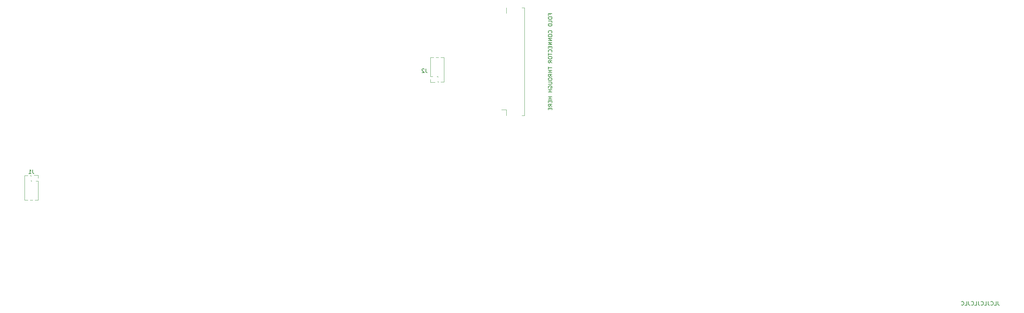
<source format=gbr>
%TF.GenerationSoftware,KiCad,Pcbnew,5.1.6*%
%TF.CreationDate,2020-11-05T20:15:49+01:00*%
%TF.ProjectId,OTTO_AUX_SMD,4f54544f-5f41-4555-985f-534d442e6b69,rev?*%
%TF.SameCoordinates,Original*%
%TF.FileFunction,Legend,Bot*%
%TF.FilePolarity,Positive*%
%FSLAX46Y46*%
G04 Gerber Fmt 4.6, Leading zero omitted, Abs format (unit mm)*
G04 Created by KiCad (PCBNEW 5.1.6) date 2020-11-05 20:15:49*
%MOMM*%
%LPD*%
G01*
G04 APERTURE LIST*
%ADD10C,0.150000*%
%ADD11C,0.120000*%
G04 APERTURE END LIST*
D10*
X274039047Y-102802380D02*
X274039047Y-103516666D01*
X274086666Y-103659523D01*
X274181904Y-103754761D01*
X274324761Y-103802380D01*
X274420000Y-103802380D01*
X273086666Y-103802380D02*
X273562857Y-103802380D01*
X273562857Y-102802380D01*
X272181904Y-103707142D02*
X272229523Y-103754761D01*
X272372380Y-103802380D01*
X272467619Y-103802380D01*
X272610476Y-103754761D01*
X272705714Y-103659523D01*
X272753333Y-103564285D01*
X272800952Y-103373809D01*
X272800952Y-103230952D01*
X272753333Y-103040476D01*
X272705714Y-102945238D01*
X272610476Y-102850000D01*
X272467619Y-102802380D01*
X272372380Y-102802380D01*
X272229523Y-102850000D01*
X272181904Y-102897619D01*
X271467619Y-102802380D02*
X271467619Y-103516666D01*
X271515238Y-103659523D01*
X271610476Y-103754761D01*
X271753333Y-103802380D01*
X271848571Y-103802380D01*
X270515238Y-103802380D02*
X270991428Y-103802380D01*
X270991428Y-102802380D01*
X269610476Y-103707142D02*
X269658095Y-103754761D01*
X269800952Y-103802380D01*
X269896190Y-103802380D01*
X270039047Y-103754761D01*
X270134285Y-103659523D01*
X270181904Y-103564285D01*
X270229523Y-103373809D01*
X270229523Y-103230952D01*
X270181904Y-103040476D01*
X270134285Y-102945238D01*
X270039047Y-102850000D01*
X269896190Y-102802380D01*
X269800952Y-102802380D01*
X269658095Y-102850000D01*
X269610476Y-102897619D01*
X268896190Y-102802380D02*
X268896190Y-103516666D01*
X268943809Y-103659523D01*
X269039047Y-103754761D01*
X269181904Y-103802380D01*
X269277142Y-103802380D01*
X267943809Y-103802380D02*
X268420000Y-103802380D01*
X268420000Y-102802380D01*
X267039047Y-103707142D02*
X267086666Y-103754761D01*
X267229523Y-103802380D01*
X267324761Y-103802380D01*
X267467619Y-103754761D01*
X267562857Y-103659523D01*
X267610476Y-103564285D01*
X267658095Y-103373809D01*
X267658095Y-103230952D01*
X267610476Y-103040476D01*
X267562857Y-102945238D01*
X267467619Y-102850000D01*
X267324761Y-102802380D01*
X267229523Y-102802380D01*
X267086666Y-102850000D01*
X267039047Y-102897619D01*
X266324761Y-102802380D02*
X266324761Y-103516666D01*
X266372380Y-103659523D01*
X266467619Y-103754761D01*
X266610476Y-103802380D01*
X266705714Y-103802380D01*
X265372380Y-103802380D02*
X265848571Y-103802380D01*
X265848571Y-102802380D01*
X264467619Y-103707142D02*
X264515238Y-103754761D01*
X264658095Y-103802380D01*
X264753333Y-103802380D01*
X264896190Y-103754761D01*
X264991428Y-103659523D01*
X265039047Y-103564285D01*
X265086666Y-103373809D01*
X265086666Y-103230952D01*
X265039047Y-103040476D01*
X264991428Y-102945238D01*
X264896190Y-102850000D01*
X264753333Y-102802380D01*
X264658095Y-102802380D01*
X264515238Y-102850000D01*
X264467619Y-102897619D01*
D11*
X145201041Y-52535000D02*
X144001041Y-52535000D01*
X150001041Y-25725000D02*
X149261041Y-25725000D01*
X150001041Y-54025000D02*
X150001041Y-25725000D01*
X149261041Y-54025000D02*
X150001041Y-54025000D01*
X145201041Y-27215000D02*
X145201041Y-25725000D01*
X145201041Y-52535000D02*
X145201041Y-54025000D01*
X125352400Y-38740200D02*
X126174870Y-38740200D01*
X128059930Y-38740200D02*
X128882400Y-38740200D01*
X126789930Y-38740200D02*
X127444870Y-38740200D01*
X125352400Y-43755200D02*
X125352400Y-38740200D01*
X128882400Y-45210200D02*
X128882400Y-38740200D01*
X125352400Y-43755200D02*
X125918929Y-43755200D01*
X127045871Y-43755200D02*
X127188929Y-43755200D01*
X127242400Y-43808671D02*
X127242400Y-43951729D01*
X127242400Y-45078671D02*
X127242400Y-45210200D01*
X127242400Y-45210200D02*
X127444870Y-45210200D01*
X128059930Y-45210200D02*
X128882400Y-45210200D01*
X125352400Y-44515200D02*
X125352400Y-45275200D01*
X125352400Y-45275200D02*
X126482400Y-45275200D01*
X22540000Y-76235000D02*
X21717530Y-76235000D01*
X19832470Y-76235000D02*
X19010000Y-76235000D01*
X21102470Y-76235000D02*
X20447530Y-76235000D01*
X22540000Y-71220000D02*
X22540000Y-76235000D01*
X19010000Y-69765000D02*
X19010000Y-76235000D01*
X22540000Y-71220000D02*
X21973471Y-71220000D01*
X20846529Y-71220000D02*
X20703471Y-71220000D01*
X20650000Y-71166529D02*
X20650000Y-71023471D01*
X20650000Y-69896529D02*
X20650000Y-69765000D01*
X20650000Y-69765000D02*
X20447530Y-69765000D01*
X19832470Y-69765000D02*
X19010000Y-69765000D01*
X22540000Y-70460000D02*
X22540000Y-69700000D01*
X22540000Y-69700000D02*
X21410000Y-69700000D01*
D10*
X156679612Y-27613095D02*
X156679612Y-27279761D01*
X157203421Y-27279761D02*
X156203421Y-27279761D01*
X156203421Y-27755952D01*
X156203421Y-28327380D02*
X156203421Y-28517857D01*
X156251041Y-28613095D01*
X156346279Y-28708333D01*
X156536755Y-28755952D01*
X156870088Y-28755952D01*
X157060564Y-28708333D01*
X157155802Y-28613095D01*
X157203421Y-28517857D01*
X157203421Y-28327380D01*
X157155802Y-28232142D01*
X157060564Y-28136904D01*
X156870088Y-28089285D01*
X156536755Y-28089285D01*
X156346279Y-28136904D01*
X156251041Y-28232142D01*
X156203421Y-28327380D01*
X157203421Y-29660714D02*
X157203421Y-29184523D01*
X156203421Y-29184523D01*
X157203421Y-29994047D02*
X156203421Y-29994047D01*
X156203421Y-30232142D01*
X156251041Y-30375000D01*
X156346279Y-30470238D01*
X156441517Y-30517857D01*
X156631993Y-30565476D01*
X156774850Y-30565476D01*
X156965326Y-30517857D01*
X157060564Y-30470238D01*
X157155802Y-30375000D01*
X157203421Y-30232142D01*
X157203421Y-29994047D01*
X157108183Y-32327380D02*
X157155802Y-32279761D01*
X157203421Y-32136904D01*
X157203421Y-32041666D01*
X157155802Y-31898809D01*
X157060564Y-31803571D01*
X156965326Y-31755952D01*
X156774850Y-31708333D01*
X156631993Y-31708333D01*
X156441517Y-31755952D01*
X156346279Y-31803571D01*
X156251041Y-31898809D01*
X156203421Y-32041666D01*
X156203421Y-32136904D01*
X156251041Y-32279761D01*
X156298660Y-32327380D01*
X156203421Y-32946428D02*
X156203421Y-33136904D01*
X156251041Y-33232142D01*
X156346279Y-33327380D01*
X156536755Y-33375000D01*
X156870088Y-33375000D01*
X157060564Y-33327380D01*
X157155802Y-33232142D01*
X157203421Y-33136904D01*
X157203421Y-32946428D01*
X157155802Y-32851190D01*
X157060564Y-32755952D01*
X156870088Y-32708333D01*
X156536755Y-32708333D01*
X156346279Y-32755952D01*
X156251041Y-32851190D01*
X156203421Y-32946428D01*
X157203421Y-33803571D02*
X156203421Y-33803571D01*
X157203421Y-34375000D01*
X156203421Y-34375000D01*
X157203421Y-34851190D02*
X156203421Y-34851190D01*
X157203421Y-35422619D01*
X156203421Y-35422619D01*
X156679612Y-35898809D02*
X156679612Y-36232142D01*
X157203421Y-36375000D02*
X157203421Y-35898809D01*
X156203421Y-35898809D01*
X156203421Y-36375000D01*
X157108183Y-37375000D02*
X157155802Y-37327380D01*
X157203421Y-37184523D01*
X157203421Y-37089285D01*
X157155802Y-36946428D01*
X157060564Y-36851190D01*
X156965326Y-36803571D01*
X156774850Y-36755952D01*
X156631993Y-36755952D01*
X156441517Y-36803571D01*
X156346279Y-36851190D01*
X156251041Y-36946428D01*
X156203421Y-37089285D01*
X156203421Y-37184523D01*
X156251041Y-37327380D01*
X156298660Y-37375000D01*
X156203421Y-37660714D02*
X156203421Y-38232142D01*
X157203421Y-37946428D02*
X156203421Y-37946428D01*
X156203421Y-38755952D02*
X156203421Y-38946428D01*
X156251041Y-39041666D01*
X156346279Y-39136904D01*
X156536755Y-39184523D01*
X156870088Y-39184523D01*
X157060564Y-39136904D01*
X157155802Y-39041666D01*
X157203421Y-38946428D01*
X157203421Y-38755952D01*
X157155802Y-38660714D01*
X157060564Y-38565476D01*
X156870088Y-38517857D01*
X156536755Y-38517857D01*
X156346279Y-38565476D01*
X156251041Y-38660714D01*
X156203421Y-38755952D01*
X157203421Y-40184523D02*
X156727231Y-39851190D01*
X157203421Y-39613095D02*
X156203421Y-39613095D01*
X156203421Y-39994047D01*
X156251041Y-40089285D01*
X156298660Y-40136904D01*
X156393898Y-40184523D01*
X156536755Y-40184523D01*
X156631993Y-40136904D01*
X156679612Y-40089285D01*
X156727231Y-39994047D01*
X156727231Y-39613095D01*
X156203421Y-41232142D02*
X156203421Y-41803571D01*
X157203421Y-41517857D02*
X156203421Y-41517857D01*
X157203421Y-42136904D02*
X156203421Y-42136904D01*
X156679612Y-42136904D02*
X156679612Y-42708333D01*
X157203421Y-42708333D02*
X156203421Y-42708333D01*
X157203421Y-43755952D02*
X156727231Y-43422619D01*
X157203421Y-43184523D02*
X156203421Y-43184523D01*
X156203421Y-43565476D01*
X156251041Y-43660714D01*
X156298660Y-43708333D01*
X156393898Y-43755952D01*
X156536755Y-43755952D01*
X156631993Y-43708333D01*
X156679612Y-43660714D01*
X156727231Y-43565476D01*
X156727231Y-43184523D01*
X156203421Y-44375000D02*
X156203421Y-44565476D01*
X156251041Y-44660714D01*
X156346279Y-44755952D01*
X156536755Y-44803571D01*
X156870088Y-44803571D01*
X157060564Y-44755952D01*
X157155802Y-44660714D01*
X157203421Y-44565476D01*
X157203421Y-44375000D01*
X157155802Y-44279761D01*
X157060564Y-44184523D01*
X156870088Y-44136904D01*
X156536755Y-44136904D01*
X156346279Y-44184523D01*
X156251041Y-44279761D01*
X156203421Y-44375000D01*
X156203421Y-45232142D02*
X157012945Y-45232142D01*
X157108183Y-45279761D01*
X157155802Y-45327380D01*
X157203421Y-45422619D01*
X157203421Y-45613095D01*
X157155802Y-45708333D01*
X157108183Y-45755952D01*
X157012945Y-45803571D01*
X156203421Y-45803571D01*
X156251041Y-46803571D02*
X156203421Y-46708333D01*
X156203421Y-46565476D01*
X156251041Y-46422619D01*
X156346279Y-46327380D01*
X156441517Y-46279761D01*
X156631993Y-46232142D01*
X156774850Y-46232142D01*
X156965326Y-46279761D01*
X157060564Y-46327380D01*
X157155802Y-46422619D01*
X157203421Y-46565476D01*
X157203421Y-46660714D01*
X157155802Y-46803571D01*
X157108183Y-46851190D01*
X156774850Y-46851190D01*
X156774850Y-46660714D01*
X157203421Y-47279761D02*
X156203421Y-47279761D01*
X156679612Y-47279761D02*
X156679612Y-47851190D01*
X157203421Y-47851190D02*
X156203421Y-47851190D01*
X157203421Y-49089285D02*
X156203421Y-49089285D01*
X156679612Y-49089285D02*
X156679612Y-49660714D01*
X157203421Y-49660714D02*
X156203421Y-49660714D01*
X156679612Y-50136904D02*
X156679612Y-50470238D01*
X157203421Y-50613095D02*
X157203421Y-50136904D01*
X156203421Y-50136904D01*
X156203421Y-50613095D01*
X157203421Y-51613095D02*
X156727231Y-51279761D01*
X157203421Y-51041666D02*
X156203421Y-51041666D01*
X156203421Y-51422619D01*
X156251041Y-51517857D01*
X156298660Y-51565476D01*
X156393898Y-51613095D01*
X156536755Y-51613095D01*
X156631993Y-51565476D01*
X156679612Y-51517857D01*
X156727231Y-51422619D01*
X156727231Y-51041666D01*
X156679612Y-52041666D02*
X156679612Y-52375000D01*
X157203421Y-52517857D02*
X157203421Y-52041666D01*
X156203421Y-52041666D01*
X156203421Y-52517857D01*
X124123333Y-41752380D02*
X124123333Y-42466666D01*
X124170952Y-42609523D01*
X124266190Y-42704761D01*
X124409047Y-42752380D01*
X124504285Y-42752380D01*
X123694761Y-41847619D02*
X123647142Y-41800000D01*
X123551904Y-41752380D01*
X123313809Y-41752380D01*
X123218571Y-41800000D01*
X123170952Y-41847619D01*
X123123333Y-41942857D01*
X123123333Y-42038095D01*
X123170952Y-42180952D01*
X123742380Y-42752380D01*
X123123333Y-42752380D01*
X21108333Y-68217380D02*
X21108333Y-68931666D01*
X21155952Y-69074523D01*
X21251190Y-69169761D01*
X21394047Y-69217380D01*
X21489285Y-69217380D01*
X20108333Y-69217380D02*
X20679761Y-69217380D01*
X20394047Y-69217380D02*
X20394047Y-68217380D01*
X20489285Y-68360238D01*
X20584523Y-68455476D01*
X20679761Y-68503095D01*
M02*

</source>
